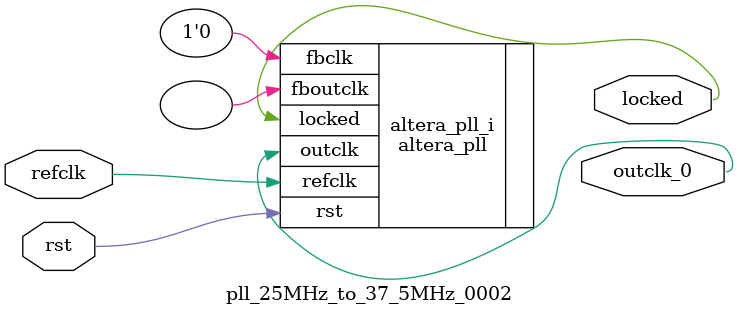
<source format=v>
`timescale 1ns/10ps
module  pll_25MHz_to_37_5MHz_0002(

	// interface 'refclk'
	input wire refclk,

	// interface 'reset'
	input wire rst,

	// interface 'outclk0'
	output wire outclk_0,

	// interface 'locked'
	output wire locked
);

	altera_pll #(
		.fractional_vco_multiplier("false"),
		.reference_clock_frequency("25.0 MHz"),
		.operation_mode("direct"),
		.number_of_clocks(1),
		.output_clock_frequency0("37.500000 MHz"),
		.phase_shift0("0 ps"),
		.duty_cycle0(50),
		.output_clock_frequency1("0 MHz"),
		.phase_shift1("0 ps"),
		.duty_cycle1(50),
		.output_clock_frequency2("0 MHz"),
		.phase_shift2("0 ps"),
		.duty_cycle2(50),
		.output_clock_frequency3("0 MHz"),
		.phase_shift3("0 ps"),
		.duty_cycle3(50),
		.output_clock_frequency4("0 MHz"),
		.phase_shift4("0 ps"),
		.duty_cycle4(50),
		.output_clock_frequency5("0 MHz"),
		.phase_shift5("0 ps"),
		.duty_cycle5(50),
		.output_clock_frequency6("0 MHz"),
		.phase_shift6("0 ps"),
		.duty_cycle6(50),
		.output_clock_frequency7("0 MHz"),
		.phase_shift7("0 ps"),
		.duty_cycle7(50),
		.output_clock_frequency8("0 MHz"),
		.phase_shift8("0 ps"),
		.duty_cycle8(50),
		.output_clock_frequency9("0 MHz"),
		.phase_shift9("0 ps"),
		.duty_cycle9(50),
		.output_clock_frequency10("0 MHz"),
		.phase_shift10("0 ps"),
		.duty_cycle10(50),
		.output_clock_frequency11("0 MHz"),
		.phase_shift11("0 ps"),
		.duty_cycle11(50),
		.output_clock_frequency12("0 MHz"),
		.phase_shift12("0 ps"),
		.duty_cycle12(50),
		.output_clock_frequency13("0 MHz"),
		.phase_shift13("0 ps"),
		.duty_cycle13(50),
		.output_clock_frequency14("0 MHz"),
		.phase_shift14("0 ps"),
		.duty_cycle14(50),
		.output_clock_frequency15("0 MHz"),
		.phase_shift15("0 ps"),
		.duty_cycle15(50),
		.output_clock_frequency16("0 MHz"),
		.phase_shift16("0 ps"),
		.duty_cycle16(50),
		.output_clock_frequency17("0 MHz"),
		.phase_shift17("0 ps"),
		.duty_cycle17(50),
		.pll_type("General"),
		.pll_subtype("General")
	) altera_pll_i (
		.rst	(rst),
		.outclk	({outclk_0}),
		.locked	(locked),
		.fboutclk	( ),
		.fbclk	(1'b0),
		.refclk	(refclk)
	);
endmodule


</source>
